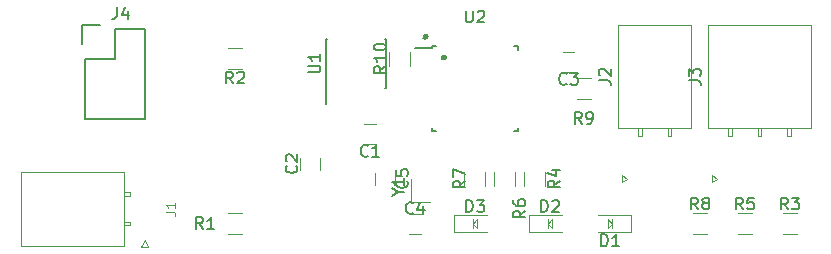
<source format=gto>
G04 #@! TF.GenerationSoftware,KiCad,Pcbnew,(5.1.4-0-10_14)*
G04 #@! TF.CreationDate,2020-01-14T22:26:38-05:00*
G04 #@! TF.ProjectId,Steering,53746565-7269-46e6-972e-6b696361645f,rev?*
G04 #@! TF.SameCoordinates,Original*
G04 #@! TF.FileFunction,Legend,Top*
G04 #@! TF.FilePolarity,Positive*
%FSLAX46Y46*%
G04 Gerber Fmt 4.6, Leading zero omitted, Abs format (unit mm)*
G04 Created by KiCad (PCBNEW (5.1.4-0-10_14)) date 2020-01-14 22:26:38*
%MOMM*%
%LPD*%
G04 APERTURE LIST*
%ADD10C,0.120000*%
%ADD11C,0.100000*%
%ADD12C,0.150000*%
%ADD13C,0.500000*%
G04 APERTURE END LIST*
D10*
X118880000Y-49110000D02*
X119880000Y-49110000D01*
X119880000Y-47410000D02*
X118880000Y-47410000D01*
X115150000Y-51300000D02*
X115150000Y-50300000D01*
X113450000Y-50300000D02*
X113450000Y-51300000D01*
X135694800Y-43014000D02*
X136694800Y-43014000D01*
X136694800Y-41314000D02*
X135694800Y-41314000D01*
X122690000Y-56730000D02*
X123690000Y-56730000D01*
X123690000Y-55030000D02*
X122690000Y-55030000D01*
X119800000Y-51570000D02*
X119800000Y-52570000D01*
X121500000Y-52570000D02*
X121500000Y-51570000D01*
X141500000Y-56580000D02*
X138700000Y-56580000D01*
X141500000Y-55180000D02*
X138700000Y-55180000D01*
X141500000Y-56580000D02*
X141500000Y-55180000D01*
D11*
X139900000Y-55880000D02*
X139600000Y-56180000D01*
X139600000Y-56180000D02*
X139550000Y-56230000D01*
X139550000Y-56230000D02*
X139550000Y-55580000D01*
X139550000Y-55530000D02*
X139550000Y-55580000D01*
X139550000Y-55580000D02*
X139550000Y-55530000D01*
X139550000Y-55530000D02*
X139900000Y-55880000D01*
X139900000Y-55880000D02*
X139900000Y-56230000D01*
X139900000Y-55530000D02*
X139900000Y-55880000D01*
X134420000Y-56230000D02*
X134420000Y-55880000D01*
X134420000Y-55880000D02*
X134420000Y-55530000D01*
X134770000Y-56230000D02*
X134420000Y-55880000D01*
X134770000Y-56180000D02*
X134770000Y-56230000D01*
X134770000Y-56230000D02*
X134770000Y-56180000D01*
X134770000Y-55530000D02*
X134770000Y-56180000D01*
X134720000Y-55580000D02*
X134770000Y-55530000D01*
X134420000Y-55880000D02*
X134720000Y-55580000D01*
D10*
X132820000Y-55180000D02*
X132820000Y-56580000D01*
X132820000Y-56580000D02*
X135620000Y-56580000D01*
X132820000Y-55180000D02*
X135620000Y-55180000D01*
D11*
X128070000Y-56230000D02*
X128070000Y-55880000D01*
X128070000Y-55880000D02*
X128070000Y-55530000D01*
X128420000Y-56230000D02*
X128070000Y-55880000D01*
X128420000Y-56180000D02*
X128420000Y-56230000D01*
X128420000Y-56230000D02*
X128420000Y-56180000D01*
X128420000Y-55530000D02*
X128420000Y-56180000D01*
X128370000Y-55580000D02*
X128420000Y-55530000D01*
X128070000Y-55880000D02*
X128370000Y-55580000D01*
D10*
X126470000Y-55180000D02*
X126470000Y-56580000D01*
X126470000Y-56580000D02*
X129270000Y-56580000D01*
X126470000Y-55180000D02*
X129270000Y-55180000D01*
X89800000Y-57750000D02*
X98560000Y-57750000D01*
X98560000Y-57750000D02*
X98560000Y-51510000D01*
X98560000Y-51510000D02*
X89800000Y-51510000D01*
X89800000Y-51510000D02*
X89800000Y-57750000D01*
X98560000Y-56030000D02*
X99030000Y-56030000D01*
X99030000Y-56030000D02*
X99030000Y-55730000D01*
X99030000Y-55730000D02*
X98560000Y-55730000D01*
X98560000Y-55730000D02*
X98560000Y-56030000D01*
X98560000Y-53530000D02*
X99030000Y-53530000D01*
X99030000Y-53530000D02*
X99030000Y-53230000D01*
X99030000Y-53230000D02*
X98560000Y-53230000D01*
X98560000Y-53230000D02*
X98560000Y-53530000D01*
X100330000Y-57280000D02*
X100630000Y-57880000D01*
X100630000Y-57880000D02*
X100030000Y-57880000D01*
X100030000Y-57880000D02*
X100330000Y-57280000D01*
X140410000Y-47760000D02*
X146570000Y-47760000D01*
X146570000Y-47760000D02*
X146570000Y-39080000D01*
X146570000Y-39080000D02*
X140410000Y-39080000D01*
X140410000Y-39080000D02*
X140410000Y-47760000D01*
X142390000Y-47760000D02*
X142090000Y-47760000D01*
X142090000Y-47760000D02*
X142090000Y-48460000D01*
X142090000Y-48460000D02*
X142390000Y-48460000D01*
X142390000Y-48460000D02*
X142390000Y-47760000D01*
X144890000Y-47760000D02*
X144590000Y-47760000D01*
X144590000Y-47760000D02*
X144590000Y-48460000D01*
X144590000Y-48460000D02*
X144890000Y-48460000D01*
X144890000Y-48460000D02*
X144890000Y-47760000D01*
X141130000Y-52070000D02*
X140705736Y-51770000D01*
X140705736Y-51770000D02*
X140705736Y-52370000D01*
X140705736Y-52370000D02*
X141130000Y-52070000D01*
X148030000Y-47760000D02*
X156690000Y-47760000D01*
X156690000Y-47760000D02*
X156690000Y-39080000D01*
X156690000Y-39080000D02*
X148030000Y-39080000D01*
X148030000Y-39080000D02*
X148030000Y-47760000D01*
X150010000Y-47760000D02*
X149710000Y-47760000D01*
X149710000Y-47760000D02*
X149710000Y-48460000D01*
X149710000Y-48460000D02*
X150010000Y-48460000D01*
X150010000Y-48460000D02*
X150010000Y-47760000D01*
X152510000Y-47760000D02*
X152210000Y-47760000D01*
X152210000Y-47760000D02*
X152210000Y-48460000D01*
X152210000Y-48460000D02*
X152510000Y-48460000D01*
X152510000Y-48460000D02*
X152510000Y-47760000D01*
X155010000Y-47760000D02*
X154710000Y-47760000D01*
X154710000Y-47760000D02*
X154710000Y-48460000D01*
X154710000Y-48460000D02*
X155010000Y-48460000D01*
X155010000Y-48460000D02*
X155010000Y-47760000D01*
X148750000Y-52070000D02*
X148325736Y-51770000D01*
X148325736Y-51770000D02*
X148325736Y-52370000D01*
X148325736Y-52370000D02*
X148750000Y-52070000D01*
D12*
X95250000Y-41910000D02*
X95250000Y-46990000D01*
X94970000Y-39090000D02*
X96520000Y-39090000D01*
X97790000Y-39370000D02*
X97790000Y-41910000D01*
X97790000Y-41910000D02*
X95250000Y-41910000D01*
X95250000Y-46990000D02*
X100330000Y-46990000D01*
X100330000Y-46990000D02*
X100330000Y-41910000D01*
X94970000Y-39090000D02*
X94970000Y-40640000D01*
X100330000Y-39370000D02*
X97790000Y-39370000D01*
X100330000Y-41910000D02*
X100330000Y-39370000D01*
D10*
X107350000Y-55000000D02*
X108550000Y-55000000D01*
X108550000Y-56760000D02*
X107350000Y-56760000D01*
X107350000Y-41030000D02*
X108550000Y-41030000D01*
X108550000Y-42790000D02*
X107350000Y-42790000D01*
X155540000Y-56760000D02*
X154340000Y-56760000D01*
X154340000Y-55000000D02*
X155540000Y-55000000D01*
X134230000Y-51470000D02*
X134230000Y-52670000D01*
X132470000Y-52670000D02*
X132470000Y-51470000D01*
X150530000Y-55000000D02*
X151730000Y-55000000D01*
X151730000Y-56760000D02*
X150530000Y-56760000D01*
X129930000Y-52670000D02*
X129930000Y-51470000D01*
X131690000Y-51470000D02*
X131690000Y-52670000D01*
X127390000Y-52670000D02*
X127390000Y-51470000D01*
X129150000Y-51470000D02*
X129150000Y-52670000D01*
X147920000Y-56760000D02*
X146720000Y-56760000D01*
X146720000Y-55000000D02*
X147920000Y-55000000D01*
X136880000Y-43570000D02*
X138080000Y-43570000D01*
X138080000Y-45330000D02*
X136880000Y-45330000D01*
X121040000Y-42510000D02*
X121040000Y-41310000D01*
X122800000Y-41310000D02*
X122800000Y-42510000D01*
D12*
X115636600Y-44391400D02*
X115686600Y-44391400D01*
X115636600Y-40241400D02*
X115781600Y-40241400D01*
X120786600Y-40241400D02*
X120641600Y-40241400D01*
X120786600Y-44391400D02*
X120641600Y-44391400D01*
X115636600Y-44391400D02*
X115636600Y-40241400D01*
X120786600Y-44391400D02*
X120786600Y-40241400D01*
X115686600Y-44391400D02*
X115686600Y-45791400D01*
D13*
X125653800Y-41808400D02*
G75*
G03X125653800Y-41808400I-50800J0D01*
G01*
X124104400Y-40055800D02*
G75*
G03X124104400Y-40055800I-50800J0D01*
G01*
D12*
X124645000Y-40825000D02*
X124645000Y-41050000D01*
X131895000Y-40825000D02*
X131895000Y-41150000D01*
X131895000Y-48075000D02*
X131895000Y-47750000D01*
X124645000Y-48075000D02*
X124645000Y-47750000D01*
X124645000Y-40825000D02*
X124970000Y-40825000D01*
X124645000Y-48075000D02*
X124970000Y-48075000D01*
X131895000Y-48075000D02*
X131570000Y-48075000D01*
X131895000Y-40825000D02*
X131570000Y-40825000D01*
X124645000Y-41050000D02*
X123220000Y-41050000D01*
D11*
X122860000Y-54070000D02*
X122860000Y-52070000D01*
X122860000Y-54070000D02*
X124460000Y-54070000D01*
D12*
X119213333Y-50117142D02*
X119165714Y-50164761D01*
X119022857Y-50212380D01*
X118927619Y-50212380D01*
X118784761Y-50164761D01*
X118689523Y-50069523D01*
X118641904Y-49974285D01*
X118594285Y-49783809D01*
X118594285Y-49640952D01*
X118641904Y-49450476D01*
X118689523Y-49355238D01*
X118784761Y-49260000D01*
X118927619Y-49212380D01*
X119022857Y-49212380D01*
X119165714Y-49260000D01*
X119213333Y-49307619D01*
X120165714Y-50212380D02*
X119594285Y-50212380D01*
X119880000Y-50212380D02*
X119880000Y-49212380D01*
X119784761Y-49355238D01*
X119689523Y-49450476D01*
X119594285Y-49498095D01*
X113157142Y-50966666D02*
X113204761Y-51014285D01*
X113252380Y-51157142D01*
X113252380Y-51252380D01*
X113204761Y-51395238D01*
X113109523Y-51490476D01*
X113014285Y-51538095D01*
X112823809Y-51585714D01*
X112680952Y-51585714D01*
X112490476Y-51538095D01*
X112395238Y-51490476D01*
X112300000Y-51395238D01*
X112252380Y-51252380D01*
X112252380Y-51157142D01*
X112300000Y-51014285D01*
X112347619Y-50966666D01*
X112347619Y-50585714D02*
X112300000Y-50538095D01*
X112252380Y-50442857D01*
X112252380Y-50204761D01*
X112300000Y-50109523D01*
X112347619Y-50061904D01*
X112442857Y-50014285D01*
X112538095Y-50014285D01*
X112680952Y-50061904D01*
X113252380Y-50633333D01*
X113252380Y-50014285D01*
X136028133Y-44021142D02*
X135980514Y-44068761D01*
X135837657Y-44116380D01*
X135742419Y-44116380D01*
X135599561Y-44068761D01*
X135504323Y-43973523D01*
X135456704Y-43878285D01*
X135409085Y-43687809D01*
X135409085Y-43544952D01*
X135456704Y-43354476D01*
X135504323Y-43259238D01*
X135599561Y-43164000D01*
X135742419Y-43116380D01*
X135837657Y-43116380D01*
X135980514Y-43164000D01*
X136028133Y-43211619D01*
X136361466Y-43116380D02*
X136980514Y-43116380D01*
X136647180Y-43497333D01*
X136790038Y-43497333D01*
X136885276Y-43544952D01*
X136932895Y-43592571D01*
X136980514Y-43687809D01*
X136980514Y-43925904D01*
X136932895Y-44021142D01*
X136885276Y-44068761D01*
X136790038Y-44116380D01*
X136504323Y-44116380D01*
X136409085Y-44068761D01*
X136361466Y-44021142D01*
X123023333Y-54967142D02*
X122975714Y-55014761D01*
X122832857Y-55062380D01*
X122737619Y-55062380D01*
X122594761Y-55014761D01*
X122499523Y-54919523D01*
X122451904Y-54824285D01*
X122404285Y-54633809D01*
X122404285Y-54490952D01*
X122451904Y-54300476D01*
X122499523Y-54205238D01*
X122594761Y-54110000D01*
X122737619Y-54062380D01*
X122832857Y-54062380D01*
X122975714Y-54110000D01*
X123023333Y-54157619D01*
X123880476Y-54395714D02*
X123880476Y-55062380D01*
X123642380Y-54014761D02*
X123404285Y-54729047D01*
X124023333Y-54729047D01*
X122507142Y-52236666D02*
X122554761Y-52284285D01*
X122602380Y-52427142D01*
X122602380Y-52522380D01*
X122554761Y-52665238D01*
X122459523Y-52760476D01*
X122364285Y-52808095D01*
X122173809Y-52855714D01*
X122030952Y-52855714D01*
X121840476Y-52808095D01*
X121745238Y-52760476D01*
X121650000Y-52665238D01*
X121602380Y-52522380D01*
X121602380Y-52427142D01*
X121650000Y-52284285D01*
X121697619Y-52236666D01*
X121602380Y-51331904D02*
X121602380Y-51808095D01*
X122078571Y-51855714D01*
X122030952Y-51808095D01*
X121983333Y-51712857D01*
X121983333Y-51474761D01*
X122030952Y-51379523D01*
X122078571Y-51331904D01*
X122173809Y-51284285D01*
X122411904Y-51284285D01*
X122507142Y-51331904D01*
X122554761Y-51379523D01*
X122602380Y-51474761D01*
X122602380Y-51712857D01*
X122554761Y-51808095D01*
X122507142Y-51855714D01*
X138961904Y-57782380D02*
X138961904Y-56782380D01*
X139200000Y-56782380D01*
X139342857Y-56830000D01*
X139438095Y-56925238D01*
X139485714Y-57020476D01*
X139533333Y-57210952D01*
X139533333Y-57353809D01*
X139485714Y-57544285D01*
X139438095Y-57639523D01*
X139342857Y-57734761D01*
X139200000Y-57782380D01*
X138961904Y-57782380D01*
X140485714Y-57782380D02*
X139914285Y-57782380D01*
X140200000Y-57782380D02*
X140200000Y-56782380D01*
X140104761Y-56925238D01*
X140009523Y-57020476D01*
X139914285Y-57068095D01*
X133881904Y-54882380D02*
X133881904Y-53882380D01*
X134120000Y-53882380D01*
X134262857Y-53930000D01*
X134358095Y-54025238D01*
X134405714Y-54120476D01*
X134453333Y-54310952D01*
X134453333Y-54453809D01*
X134405714Y-54644285D01*
X134358095Y-54739523D01*
X134262857Y-54834761D01*
X134120000Y-54882380D01*
X133881904Y-54882380D01*
X134834285Y-53977619D02*
X134881904Y-53930000D01*
X134977142Y-53882380D01*
X135215238Y-53882380D01*
X135310476Y-53930000D01*
X135358095Y-53977619D01*
X135405714Y-54072857D01*
X135405714Y-54168095D01*
X135358095Y-54310952D01*
X134786666Y-54882380D01*
X135405714Y-54882380D01*
X127531904Y-54882380D02*
X127531904Y-53882380D01*
X127770000Y-53882380D01*
X127912857Y-53930000D01*
X128008095Y-54025238D01*
X128055714Y-54120476D01*
X128103333Y-54310952D01*
X128103333Y-54453809D01*
X128055714Y-54644285D01*
X128008095Y-54739523D01*
X127912857Y-54834761D01*
X127770000Y-54882380D01*
X127531904Y-54882380D01*
X128436666Y-53882380D02*
X129055714Y-53882380D01*
X128722380Y-54263333D01*
X128865238Y-54263333D01*
X128960476Y-54310952D01*
X129008095Y-54358571D01*
X129055714Y-54453809D01*
X129055714Y-54691904D01*
X129008095Y-54787142D01*
X128960476Y-54834761D01*
X128865238Y-54882380D01*
X128579523Y-54882380D01*
X128484285Y-54834761D01*
X128436666Y-54787142D01*
D10*
X102091904Y-54896666D02*
X102663333Y-54896666D01*
X102777619Y-54934761D01*
X102853809Y-55010952D01*
X102891904Y-55125238D01*
X102891904Y-55201428D01*
X102891904Y-54096666D02*
X102891904Y-54553809D01*
X102891904Y-54325238D02*
X102091904Y-54325238D01*
X102206190Y-54401428D01*
X102282380Y-54477619D01*
X102320476Y-54553809D01*
D12*
X138772380Y-43753333D02*
X139486666Y-43753333D01*
X139629523Y-43800952D01*
X139724761Y-43896190D01*
X139772380Y-44039047D01*
X139772380Y-44134285D01*
X138867619Y-43324761D02*
X138820000Y-43277142D01*
X138772380Y-43181904D01*
X138772380Y-42943809D01*
X138820000Y-42848571D01*
X138867619Y-42800952D01*
X138962857Y-42753333D01*
X139058095Y-42753333D01*
X139200952Y-42800952D01*
X139772380Y-43372380D01*
X139772380Y-42753333D01*
X146392380Y-43753333D02*
X147106666Y-43753333D01*
X147249523Y-43800952D01*
X147344761Y-43896190D01*
X147392380Y-44039047D01*
X147392380Y-44134285D01*
X146392380Y-43372380D02*
X146392380Y-42753333D01*
X146773333Y-43086666D01*
X146773333Y-42943809D01*
X146820952Y-42848571D01*
X146868571Y-42800952D01*
X146963809Y-42753333D01*
X147201904Y-42753333D01*
X147297142Y-42800952D01*
X147344761Y-42848571D01*
X147392380Y-42943809D01*
X147392380Y-43229523D01*
X147344761Y-43324761D01*
X147297142Y-43372380D01*
X97964666Y-37552380D02*
X97964666Y-38266666D01*
X97917047Y-38409523D01*
X97821809Y-38504761D01*
X97678952Y-38552380D01*
X97583714Y-38552380D01*
X98869428Y-37885714D02*
X98869428Y-38552380D01*
X98631333Y-37504761D02*
X98393238Y-38219047D01*
X99012285Y-38219047D01*
X105243333Y-56332380D02*
X104910000Y-55856190D01*
X104671904Y-56332380D02*
X104671904Y-55332380D01*
X105052857Y-55332380D01*
X105148095Y-55380000D01*
X105195714Y-55427619D01*
X105243333Y-55522857D01*
X105243333Y-55665714D01*
X105195714Y-55760952D01*
X105148095Y-55808571D01*
X105052857Y-55856190D01*
X104671904Y-55856190D01*
X106195714Y-56332380D02*
X105624285Y-56332380D01*
X105910000Y-56332380D02*
X105910000Y-55332380D01*
X105814761Y-55475238D01*
X105719523Y-55570476D01*
X105624285Y-55618095D01*
X107783333Y-44012380D02*
X107450000Y-43536190D01*
X107211904Y-44012380D02*
X107211904Y-43012380D01*
X107592857Y-43012380D01*
X107688095Y-43060000D01*
X107735714Y-43107619D01*
X107783333Y-43202857D01*
X107783333Y-43345714D01*
X107735714Y-43440952D01*
X107688095Y-43488571D01*
X107592857Y-43536190D01*
X107211904Y-43536190D01*
X108164285Y-43107619D02*
X108211904Y-43060000D01*
X108307142Y-43012380D01*
X108545238Y-43012380D01*
X108640476Y-43060000D01*
X108688095Y-43107619D01*
X108735714Y-43202857D01*
X108735714Y-43298095D01*
X108688095Y-43440952D01*
X108116666Y-44012380D01*
X108735714Y-44012380D01*
X154773333Y-54682380D02*
X154440000Y-54206190D01*
X154201904Y-54682380D02*
X154201904Y-53682380D01*
X154582857Y-53682380D01*
X154678095Y-53730000D01*
X154725714Y-53777619D01*
X154773333Y-53872857D01*
X154773333Y-54015714D01*
X154725714Y-54110952D01*
X154678095Y-54158571D01*
X154582857Y-54206190D01*
X154201904Y-54206190D01*
X155106666Y-53682380D02*
X155725714Y-53682380D01*
X155392380Y-54063333D01*
X155535238Y-54063333D01*
X155630476Y-54110952D01*
X155678095Y-54158571D01*
X155725714Y-54253809D01*
X155725714Y-54491904D01*
X155678095Y-54587142D01*
X155630476Y-54634761D01*
X155535238Y-54682380D01*
X155249523Y-54682380D01*
X155154285Y-54634761D01*
X155106666Y-54587142D01*
X135452380Y-52236666D02*
X134976190Y-52570000D01*
X135452380Y-52808095D02*
X134452380Y-52808095D01*
X134452380Y-52427142D01*
X134500000Y-52331904D01*
X134547619Y-52284285D01*
X134642857Y-52236666D01*
X134785714Y-52236666D01*
X134880952Y-52284285D01*
X134928571Y-52331904D01*
X134976190Y-52427142D01*
X134976190Y-52808095D01*
X134785714Y-51379523D02*
X135452380Y-51379523D01*
X134404761Y-51617619D02*
X135119047Y-51855714D01*
X135119047Y-51236666D01*
X150963333Y-54682380D02*
X150630000Y-54206190D01*
X150391904Y-54682380D02*
X150391904Y-53682380D01*
X150772857Y-53682380D01*
X150868095Y-53730000D01*
X150915714Y-53777619D01*
X150963333Y-53872857D01*
X150963333Y-54015714D01*
X150915714Y-54110952D01*
X150868095Y-54158571D01*
X150772857Y-54206190D01*
X150391904Y-54206190D01*
X151868095Y-53682380D02*
X151391904Y-53682380D01*
X151344285Y-54158571D01*
X151391904Y-54110952D01*
X151487142Y-54063333D01*
X151725238Y-54063333D01*
X151820476Y-54110952D01*
X151868095Y-54158571D01*
X151915714Y-54253809D01*
X151915714Y-54491904D01*
X151868095Y-54587142D01*
X151820476Y-54634761D01*
X151725238Y-54682380D01*
X151487142Y-54682380D01*
X151391904Y-54634761D01*
X151344285Y-54587142D01*
X132532380Y-54776666D02*
X132056190Y-55110000D01*
X132532380Y-55348095D02*
X131532380Y-55348095D01*
X131532380Y-54967142D01*
X131580000Y-54871904D01*
X131627619Y-54824285D01*
X131722857Y-54776666D01*
X131865714Y-54776666D01*
X131960952Y-54824285D01*
X132008571Y-54871904D01*
X132056190Y-54967142D01*
X132056190Y-55348095D01*
X131532380Y-53919523D02*
X131532380Y-54110000D01*
X131580000Y-54205238D01*
X131627619Y-54252857D01*
X131770476Y-54348095D01*
X131960952Y-54395714D01*
X132341904Y-54395714D01*
X132437142Y-54348095D01*
X132484761Y-54300476D01*
X132532380Y-54205238D01*
X132532380Y-54014761D01*
X132484761Y-53919523D01*
X132437142Y-53871904D01*
X132341904Y-53824285D01*
X132103809Y-53824285D01*
X132008571Y-53871904D01*
X131960952Y-53919523D01*
X131913333Y-54014761D01*
X131913333Y-54205238D01*
X131960952Y-54300476D01*
X132008571Y-54348095D01*
X132103809Y-54395714D01*
X127452380Y-52236666D02*
X126976190Y-52570000D01*
X127452380Y-52808095D02*
X126452380Y-52808095D01*
X126452380Y-52427142D01*
X126500000Y-52331904D01*
X126547619Y-52284285D01*
X126642857Y-52236666D01*
X126785714Y-52236666D01*
X126880952Y-52284285D01*
X126928571Y-52331904D01*
X126976190Y-52427142D01*
X126976190Y-52808095D01*
X126452380Y-51903333D02*
X126452380Y-51236666D01*
X127452380Y-51665238D01*
X147153333Y-54682380D02*
X146820000Y-54206190D01*
X146581904Y-54682380D02*
X146581904Y-53682380D01*
X146962857Y-53682380D01*
X147058095Y-53730000D01*
X147105714Y-53777619D01*
X147153333Y-53872857D01*
X147153333Y-54015714D01*
X147105714Y-54110952D01*
X147058095Y-54158571D01*
X146962857Y-54206190D01*
X146581904Y-54206190D01*
X147724761Y-54110952D02*
X147629523Y-54063333D01*
X147581904Y-54015714D01*
X147534285Y-53920476D01*
X147534285Y-53872857D01*
X147581904Y-53777619D01*
X147629523Y-53730000D01*
X147724761Y-53682380D01*
X147915238Y-53682380D01*
X148010476Y-53730000D01*
X148058095Y-53777619D01*
X148105714Y-53872857D01*
X148105714Y-53920476D01*
X148058095Y-54015714D01*
X148010476Y-54063333D01*
X147915238Y-54110952D01*
X147724761Y-54110952D01*
X147629523Y-54158571D01*
X147581904Y-54206190D01*
X147534285Y-54301428D01*
X147534285Y-54491904D01*
X147581904Y-54587142D01*
X147629523Y-54634761D01*
X147724761Y-54682380D01*
X147915238Y-54682380D01*
X148010476Y-54634761D01*
X148058095Y-54587142D01*
X148105714Y-54491904D01*
X148105714Y-54301428D01*
X148058095Y-54206190D01*
X148010476Y-54158571D01*
X147915238Y-54110952D01*
X137313333Y-47442380D02*
X136980000Y-46966190D01*
X136741904Y-47442380D02*
X136741904Y-46442380D01*
X137122857Y-46442380D01*
X137218095Y-46490000D01*
X137265714Y-46537619D01*
X137313333Y-46632857D01*
X137313333Y-46775714D01*
X137265714Y-46870952D01*
X137218095Y-46918571D01*
X137122857Y-46966190D01*
X136741904Y-46966190D01*
X137789523Y-47442380D02*
X137980000Y-47442380D01*
X138075238Y-47394761D01*
X138122857Y-47347142D01*
X138218095Y-47204285D01*
X138265714Y-47013809D01*
X138265714Y-46632857D01*
X138218095Y-46537619D01*
X138170476Y-46490000D01*
X138075238Y-46442380D01*
X137884761Y-46442380D01*
X137789523Y-46490000D01*
X137741904Y-46537619D01*
X137694285Y-46632857D01*
X137694285Y-46870952D01*
X137741904Y-46966190D01*
X137789523Y-47013809D01*
X137884761Y-47061428D01*
X138075238Y-47061428D01*
X138170476Y-47013809D01*
X138218095Y-46966190D01*
X138265714Y-46870952D01*
X120722380Y-42552857D02*
X120246190Y-42886190D01*
X120722380Y-43124285D02*
X119722380Y-43124285D01*
X119722380Y-42743333D01*
X119770000Y-42648095D01*
X119817619Y-42600476D01*
X119912857Y-42552857D01*
X120055714Y-42552857D01*
X120150952Y-42600476D01*
X120198571Y-42648095D01*
X120246190Y-42743333D01*
X120246190Y-43124285D01*
X120722380Y-41600476D02*
X120722380Y-42171904D01*
X120722380Y-41886190D02*
X119722380Y-41886190D01*
X119865238Y-41981428D01*
X119960476Y-42076666D01*
X120008095Y-42171904D01*
X119722380Y-40981428D02*
X119722380Y-40886190D01*
X119770000Y-40790952D01*
X119817619Y-40743333D01*
X119912857Y-40695714D01*
X120103333Y-40648095D01*
X120341428Y-40648095D01*
X120531904Y-40695714D01*
X120627142Y-40743333D01*
X120674761Y-40790952D01*
X120722380Y-40886190D01*
X120722380Y-40981428D01*
X120674761Y-41076666D01*
X120627142Y-41124285D01*
X120531904Y-41171904D01*
X120341428Y-41219523D01*
X120103333Y-41219523D01*
X119912857Y-41171904D01*
X119817619Y-41124285D01*
X119770000Y-41076666D01*
X119722380Y-40981428D01*
X114163980Y-43078304D02*
X114973504Y-43078304D01*
X115068742Y-43030685D01*
X115116361Y-42983066D01*
X115163980Y-42887828D01*
X115163980Y-42697352D01*
X115116361Y-42602114D01*
X115068742Y-42554495D01*
X114973504Y-42506876D01*
X114163980Y-42506876D01*
X115163980Y-41506876D02*
X115163980Y-42078304D01*
X115163980Y-41792590D02*
X114163980Y-41792590D01*
X114306838Y-41887828D01*
X114402076Y-41983066D01*
X114449695Y-42078304D01*
X127508095Y-37852380D02*
X127508095Y-38661904D01*
X127555714Y-38757142D01*
X127603333Y-38804761D01*
X127698571Y-38852380D01*
X127889047Y-38852380D01*
X127984285Y-38804761D01*
X128031904Y-38757142D01*
X128079523Y-38661904D01*
X128079523Y-37852380D01*
X128508095Y-37947619D02*
X128555714Y-37900000D01*
X128650952Y-37852380D01*
X128889047Y-37852380D01*
X128984285Y-37900000D01*
X129031904Y-37947619D01*
X129079523Y-38042857D01*
X129079523Y-38138095D01*
X129031904Y-38280952D01*
X128460476Y-38852380D01*
X129079523Y-38852380D01*
X121774270Y-53221830D02*
X122250460Y-53221830D01*
X121250460Y-53555163D02*
X121774270Y-53221830D01*
X121250460Y-52888497D01*
X122250460Y-52031354D02*
X122250460Y-52602782D01*
X122250460Y-52317068D02*
X121250460Y-52317068D01*
X121393318Y-52412306D01*
X121488556Y-52507544D01*
X121536175Y-52602782D01*
M02*

</source>
